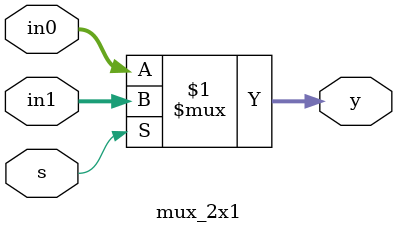
<source format=sv>
`timescale 1ns / 1ps

module mux_2x1 #(parameter WIDTH = 32)(
  input logic [WIDTH-1:0]in0,in1,
  input logic s,
  output logic [WIDTH-1:0]y
    );
    
    assign y = s ? in1: in0;
    
endmodule

</source>
